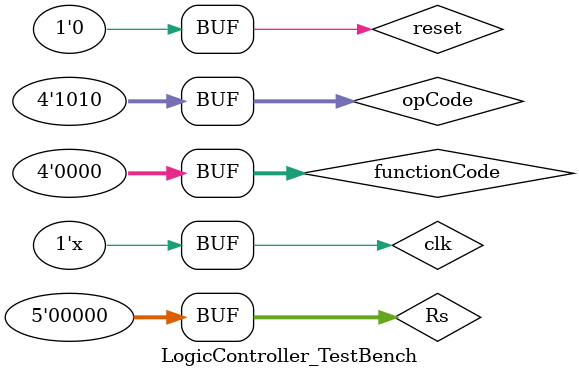
<source format=v>
`timescale 1ns / 1ps


module LogicController_TestBench;

	// Inputs
	reg clk;
	reg reset;
	reg [4:0] Rs;
	reg [3:0] opCode;
	reg [3:0] functionCode;

	// Outputs
	wire branch;
	wire jump;
	wire jumpRA;
	wire CFWrite;
	wire LZNWrite;
	wire wbPSR;
	wire RtSrcReg;
	wire wbSrc;
	wire memSrc;
	wire shiftSrc;
	wire aluSrcb;
	wire regWriteEn;
	wire raWrite;
	wire shiftType;
	wire memWrite;
	wire pcEn;
	wire [2:0] aluop;
	wire [4:0] PSRsel;

	// Instantiate the Unit Under Test (UUT)
	LogicController uut (
		.clk(clk),
		.reset(reset),
		.opCode(opCode), 
		.functionCode(functionCode), 
		.branch(branch), 
		.jump(jump), 
		.jumpRA(jumpRA), 
		.CFWrite(CFWrite), 
		.LZNWrite(LZNWrite), 
		.wbPSR(wbPSR), 
		.RtSrcReg(RtSrcReg), 
		.wbSrc(wbSrc), 
		.memSrc(memSrc), 
		.shiftSrc(shiftSrc), 
		.aluSrcb(aluSrcb), 
		.regWriteEn(regWriteEn), 
		.raWrite(raWrite), 
		.shiftType(shiftType), 
		.memWrite(memWrite), 
		.pcEn(pcEn), 
		.aluop(aluop),
		.PSRsel(PSRsel)
	);

	initial begin
		// Initialize Inputs
		clk = 0;
		reset = 1;
		opCode = 0;
		Rs = 0;
		functionCode = 0;

		// Wait 100 ns for global reset to finish
		#10;
		reset = 0;
        
		// Add stimulus here
		#3;
		//jump
		opCode = 4'b1101;
		functionCode = 4'b0000;
		#2;
		//load
		opCode = 4'b0111;
		functionCode = 4'b0000;
		#4;
		//store
		opCode = 4'b1010;
		functionCode = 4'b0000;
		
	end
      
	always #1 clk = ~clk;
	
endmodule


</source>
